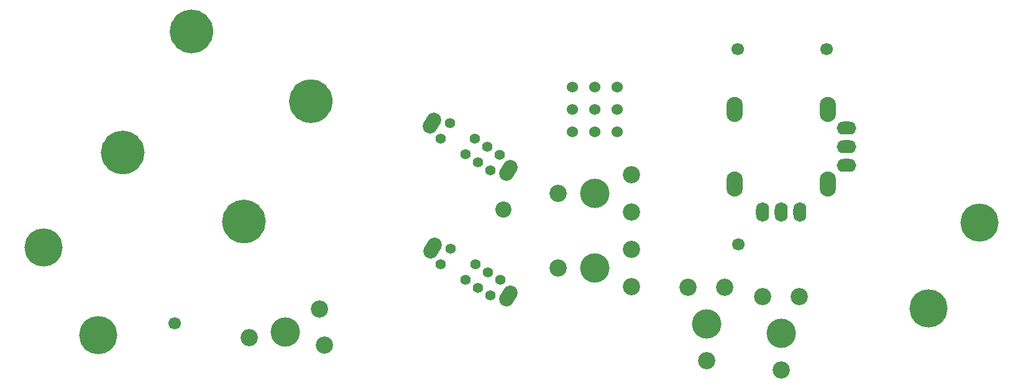
<source format=gbr>
%TF.GenerationSoftware,KiCad,Pcbnew,(6.0.0)*%
%TF.CreationDate,2022-04-21T22:49:33+02:00*%
%TF.ProjectId,Vectrex Pad miniNeoGeo,56656374-7265-4782-9050-6164206d696e,1.1*%
%TF.SameCoordinates,Original*%
%TF.FileFunction,Soldermask,Bot*%
%TF.FilePolarity,Negative*%
%FSLAX46Y46*%
G04 Gerber Fmt 4.6, Leading zero omitted, Abs format (unit mm)*
G04 Created by KiCad (PCBNEW (6.0.0)) date 2022-04-21 22:49:33*
%MOMM*%
%LPD*%
G01*
G04 APERTURE LIST*
G04 Aperture macros list*
%AMHorizOval*
0 Thick line with rounded ends*
0 $1 width*
0 $2 $3 position (X,Y) of the first rounded end (center of the circle)*
0 $4 $5 position (X,Y) of the second rounded end (center of the circle)*
0 Add line between two ends*
20,1,$1,$2,$3,$4,$5,0*
0 Add two circle primitives to create the rounded ends*
1,1,$1,$2,$3*
1,1,$1,$4,$5*%
G04 Aperture macros list end*
%ADD10C,3.000000*%
%ADD11C,5.200000*%
%ADD12C,1.700000*%
%ADD13C,2.200000*%
%ADD14O,1.778000X2.667000*%
%ADD15O,2.222000X3.429000*%
%ADD16O,2.667000X1.778000*%
%ADD17C,4.000000*%
%ADD18C,2.340000*%
%ADD19HorizOval,2.000000X0.265699X0.423561X-0.265699X-0.423561X0*%
%ADD20C,1.400000*%
%ADD21C,1.524000*%
G04 APERTURE END LIST*
D10*
%TO.C,SW2*%
X118797200Y-86360000D02*
G75*
G03*
X118797200Y-86360000I-1500000J0D01*
G01*
%TO.C,SW3*%
X111659800Y-60477400D02*
G75*
G03*
X111659800Y-60477400I-1500000J0D01*
G01*
%TO.C,SW1*%
X127915800Y-69977000D02*
G75*
G03*
X127915800Y-69977000I-1500000J0D01*
G01*
%TO.C,SW4*%
X102287200Y-76962000D02*
G75*
G03*
X102287200Y-76962000I-1500000J0D01*
G01*
%TD*%
D11*
%TO.C,*%
X217540000Y-86510000D03*
%TD*%
%TO.C,*%
X210590000Y-98200000D03*
%TD*%
D12*
%TO.C,*%
X107860000Y-100190000D03*
%TD*%
D13*
%TO.C,*%
X152610000Y-84750000D03*
%TD*%
D12*
%TO.C,*%
X196660000Y-62890000D03*
%TD*%
%TO.C,*%
X184650000Y-89480000D03*
%TD*%
D11*
%TO.C,*%
X97420000Y-101840000D03*
%TD*%
D12*
%TO.C,*%
X184610000Y-62910000D03*
%TD*%
D11*
%TO.C,*%
X89990000Y-89870000D03*
%TD*%
D14*
%TO.C,VR1*%
X187960000Y-85090000D03*
X190500000Y-85090000D03*
X193040000Y-85090000D03*
D15*
X196850000Y-71120000D03*
X196850000Y-81280000D03*
X184150000Y-81280000D03*
X184150000Y-71120000D03*
D16*
X199390000Y-73660000D03*
X199390000Y-76200000D03*
X199390000Y-78740000D03*
%TD*%
D17*
%TO.C,RV3*%
X165100000Y-92685000D03*
D18*
X170100000Y-95185000D03*
X160100000Y-92685000D03*
X170100000Y-90185000D03*
%TD*%
D17*
%TO.C,RV1*%
X165100000Y-82525000D03*
D18*
X170100000Y-85025000D03*
X160100000Y-82525000D03*
X170100000Y-80025000D03*
%TD*%
D17*
%TO.C,RV2*%
X190475000Y-101600000D03*
D18*
X192975000Y-96600000D03*
X190475000Y-106600000D03*
X187975000Y-96600000D03*
%TD*%
D19*
%TO.C,SW6*%
X153314401Y-96492829D03*
X142979513Y-90009767D03*
D20*
X152199693Y-94317990D03*
X150505449Y-93255193D03*
X148811205Y-92192396D03*
X145422718Y-90066801D03*
X150871196Y-96435795D03*
X149176953Y-95372998D03*
X147482709Y-94310200D03*
X144094221Y-92184606D03*
%TD*%
D21*
%TO.C,J1*%
X162052000Y-68072000D03*
X165100000Y-71120000D03*
X165100000Y-68072000D03*
X162052000Y-71120000D03*
X168148000Y-71120000D03*
X168148000Y-68072000D03*
X162052000Y-74168000D03*
X165100000Y-74168000D03*
X168148000Y-74168000D03*
%TD*%
D19*
%TO.C,SW5*%
X153288980Y-79416023D03*
X142954092Y-72932961D03*
D20*
X152174272Y-77241184D03*
X150480028Y-76178387D03*
X148785784Y-75115590D03*
X145397297Y-72989995D03*
X150845775Y-79358989D03*
X149151532Y-78296192D03*
X147457288Y-77233394D03*
X144068800Y-75107800D03*
%TD*%
D17*
%TO.C,RV5*%
X122970727Y-101445795D03*
D18*
X128270000Y-103225600D03*
X118019387Y-102141661D03*
X127574134Y-98274260D03*
%TD*%
D17*
%TO.C,RV4*%
X180315000Y-100330000D03*
D18*
X182815000Y-95330000D03*
X180315000Y-105330000D03*
X177815000Y-95330000D03*
%TD*%
M02*

</source>
